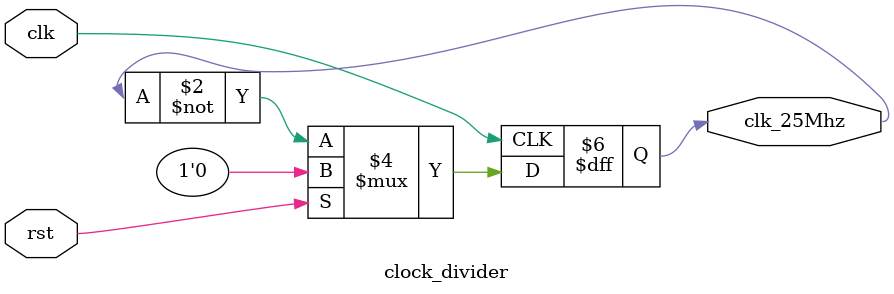
<source format=sv>
module clock_divider (
input clk,
input rst,
output logic clk_25Mhz
);


always_ff @ (posedge clk) begin
	if (rst) 
		clk_25Mhz <= 0;
	else 
		clk_25Mhz <= ~clk_25Mhz;
end

endmodule 
</source>
